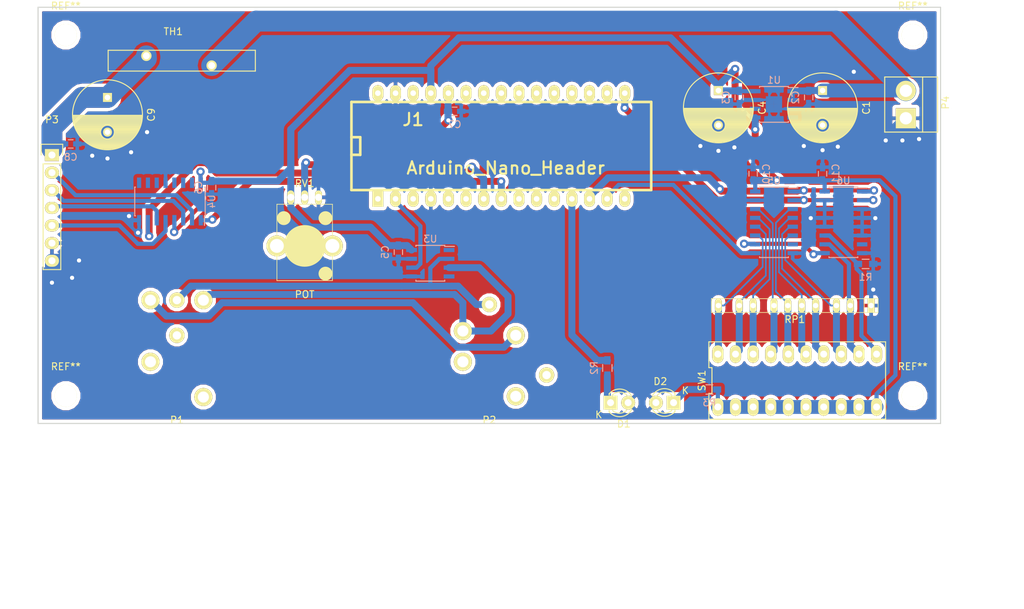
<source format=kicad_pcb>
(kicad_pcb (version 4) (host pcbnew 0.201604172031+6696~44~ubuntu14.04.1-product)
  (layers (0 F.Cu signal) (31 B.Cu signal) (34 B.Paste user) (35 F.Paste user) (36 B.SilkS user) (37 F.SilkS user) (38 B.Mask user) (39 F.Mask user) (44 Edge.Cuts user))
  (net 0 "")
  (net 1 VCC)
  (net 2 GND)
  (net 3 +5V)
  (net 4 "Net-(C7-Pad1)")
  (net 5 "Net-(C8-Pad1)")
  (net 6 "Net-(J1-Pad1)")
  (net 7 "Net-(J1-Pad2)")
  (net 8 "Net-(J1-Pad3)")
  (net 9 "Net-(J1-Pad5)")
  (net 10 "Net-(J1-Pad6)")
  (net 11 "Net-(J1-Pad7)")
  (net 12 "Net-(J1-Pad8)")
  (net 13 "Net-(J1-Pad9)")
  (net 14 "Net-(J1-Pad10)")
  (net 15 "Net-(J1-Pad11)")
  (net 16 "Net-(J1-Pad15)")
  (net 17 "Net-(J1-Pad17)")
  (net 18 "Net-(J1-Pad18)")
  (net 19 "Net-(J1-Pad20)")
  (net 20 "Net-(J1-Pad21)")
  (net 21 "Net-(J1-Pad22)")
  (net 22 "Net-(J1-Pad23)")
  (net 23 "Net-(J1-Pad24)")
  (net 24 "Net-(J1-Pad25)")
  (net 25 "Net-(J1-Pad28)")
  (net 26 "Net-(J1-Pad30)")
  (net 27 "Net-(R1-Pad1)")
  (net 28 "Net-(P1-Pad3)")
  (net 29 "Net-(P1-Pad2)")
  (net 30 "Net-(P3-Pad2)")
  (net 31 "Net-(P3-Pad3)")
  (net 32 "Net-(P3-Pad5)")
  (net 33 "Net-(P3-Pad4)")
  (net 34 "Net-(U4-Pad9)")
  (net 35 "Net-(U4-Pad10)")
  (net 36 "Net-(U4-Pad11)")
  (net 37 "Net-(U4-Pad13)")
  (net 38 "Net-(U4-Pad14)")
  (net 39 "Net-(U4-Pad15)")
  (net 40 /LATCH)
  (net 41 /CLOCK)
  (net 42 "Net-(U5-Pad7)")
  (net 43 /DATA)
  (net 44 "Net-(U5-Pad10)")
  (net 45 "Net-(U6-Pad7)")
  (net 46 "Net-(P1-Pad1)")
  (net 47 "Net-(RP1-Pad2)")
  (net 48 "Net-(RP1-Pad3)")
  (net 49 "Net-(RP1-Pad4)")
  (net 50 "Net-(RP1-Pad5)")
  (net 51 "Net-(RP1-Pad6)")
  (net 52 "Net-(RP1-Pad7)")
  (net 53 "Net-(RP1-Pad8)")
  (net 54 "Net-(RP1-Pad9)")
  (net 55 "Net-(RP1-Pad10)")
  (net 56 "Net-(U1-Pad4)")
  (net 57 "Net-(U1-Pad6)")
  (net 58 "Net-(J1-Pad19)")
  (net 59 "Net-(D1-Pad1)")
  (net 60 "Net-(D2-Pad1)")
  (net 61 /DXM_OK)
  (module MC36201 (layer F.Cu) (at 95.6 77)
    (fp_text reference TH1 (at 3.875 -3.5) (layer F.SilkS))
    (fp_text value THERMISTOR)
    (pad 1 thru_hole circle (at 0 0) (size 1.5 1.5) (drill 1) (layers *.Cu *.Mask F.SilkS) (net 5 "Net-(C8-Pad1)"))
    (pad 2 thru_hole circle (at 9.4 1.4) (size 1.5 1.5) (drill 1) (layers *.Cu *.Mask F.SilkS) (net 1 VCC))
  )
  (module Mounting_Holes:MountingHole_3.2mm_M3 (layer F.Cu) (at 84 74)
    (fp_text reference REF** (at 0 -4.2) (layer F.SilkS))
    (fp_text value MountingHole_3.2mm_M3)
    (pad 1 np_thru_hole circle (at 0 0) (size 3.2 3.2) (drill 3.2) (layers *.Cu *.Mask F.SilkS))
  )
  (module Mounting_Holes:MountingHole_3.2mm_M3 (layer F.Cu) (at 206 74)
    (fp_text reference REF** (at 0 -4.2) (layer F.SilkS))
    (fp_text value MountingHole_3.2mm_M3)
    (pad 1 np_thru_hole circle (at 0 0) (size 3.2 3.2) (drill 3.2) (layers *.Cu *.Mask F.SilkS))
  )
  (module Mounting_Holes:MountingHole_3.2mm_M3 (layer F.Cu) (at 206 126)
    (fp_text reference REF** (at 0 -4.2) (layer F.SilkS))
    (fp_text value MountingHole_3.2mm_M3)
    (pad 1 np_thru_hole circle (at 0 0) (size 3.2 3.2) (drill 3.2) (layers *.Cu *.Mask F.SilkS))
  )
  (module NC3MBH (layer F.Cu) (at 100 130 180)
    (fp_text reference P1 (at 0 0.5 180) (layer F.SilkS))
    (fp_text value CONN_01X03)
    (pad "" np_thru_hole circle (at -3.81 3.81 180) (size 2.6 2.6) (drill 1.6) (layers *.Cu *.Mask F.SilkS))
    (pad "" np_thru_hole circle (at 3.81 8.89 180) (size 2.6 2.6) (drill 1.6) (layers *.Cu *.Mask F.SilkS))
    (pad 1 thru_hole circle (at 3.81 17.78 180) (size 2.6 2.6) (drill 1.6) (layers *.Cu *.Mask F.SilkS) (net 46 "Net-(P1-Pad1)"))
    (pad 2 thru_hole circle (at -3.81 17.78 180) (size 2.6 2.6) (drill 1.6) (layers *.Cu *.Mask F.SilkS) (net 29 "Net-(P1-Pad2)"))
    (pad "" thru_hole circle (at 0 12.7 180) (size 2.2 2.2) (drill 1.2) (layers *.Cu *.Mask F.SilkS))
    (pad 3 thru_hole circle (at 0 17.78 180) (size 2.2 2.2) (drill 1.2) (layers *.Cu *.Mask F.SilkS) (net 28 "Net-(P1-Pad3)"))
  )
  (module NC3FBH2 (layer F.Cu) (at 145 130 180)
    (fp_text reference P2 (at 0 0.5 180) (layer F.SilkS))
    (fp_text value CONN_01X03)
    (pad "" np_thru_hole circle (at -3.81 3.91 180) (size 2.6 2.6) (drill 1.6) (layers *.Cu *.Mask F.SilkS))
    (pad "" np_thru_hole circle (at 3.81 8.89 180) (size 2.6 2.6) (drill 1.6) (layers *.Cu *.Mask F.SilkS))
    (pad 1 thru_hole circle (at -3.81 12.7 180) (size 2.6 2.6) (drill 1.6) (layers *.Cu *.Mask F.SilkS) (net 46 "Net-(P1-Pad1)"))
    (pad 2 thru_hole circle (at 3.81 13.33 180) (size 2.6 2.6) (drill 1.6) (layers *.Cu *.Mask F.SilkS) (net 29 "Net-(P1-Pad2)"))
    (pad 3 thru_hole circle (at 0 17.15 180) (size 2.2 2.2) (drill 1.2) (layers *.Cu *.Mask F.SilkS) (net 28 "Net-(P1-Pad3)"))
    (pad "" thru_hole circle (at -8.25 6.98 180) (size 2.2 2.2) (drill 1.2) (layers *.Cu *.Mask F.SilkS))
  )
  (module A6ER-1010 (layer F.Cu) (at 189.35 123.81)
    (fp_text reference SW1 (at -13.73 0 90) (layer F.SilkS))
    (fp_text value DIPS_10)
    (pad 20 thru_hole oval (at -11.43 -3.81) (size 1.6 2.54) (drill 1) (layers *.Cu *.Mask F.SilkS) (net 55 "Net-(RP1-Pad10)"))
    (pad 1 thru_hole oval (at -11.43 3.81) (size 1.6 2.54) (drill 1) (layers *.Cu *.Mask F.SilkS) (net 3 +5V))
    (pad 19 thru_hole oval (at -8.89 -3.81) (size 1.6 2.54) (drill 1) (layers *.Cu *.Mask F.SilkS) (net 54 "Net-(RP1-Pad9)"))
    (pad 2 thru_hole oval (at -8.89 3.81) (size 1.6 2.54) (drill 1) (layers *.Cu *.Mask F.SilkS) (net 3 +5V))
    (pad 18 thru_hole oval (at -6.35 -3.81) (size 1.6 2.54) (drill 1) (layers *.Cu *.Mask F.SilkS) (net 53 "Net-(RP1-Pad8)"))
    (pad 3 thru_hole oval (at -6.35 3.81) (size 1.6 2.54) (drill 1) (layers *.Cu *.Mask F.SilkS) (net 3 +5V))
    (pad 17 thru_hole oval (at -3.81 -3.81) (size 1.6 2.54) (drill 1) (layers *.Cu *.Mask F.SilkS) (net 52 "Net-(RP1-Pad7)"))
    (pad 4 thru_hole oval (at -3.81 3.81) (size 1.6 2.54) (drill 1) (layers *.Cu *.Mask F.SilkS) (net 3 +5V))
    (pad 16 thru_hole oval (at -1.27 -3.81) (size 1.6 2.54) (drill 1) (layers *.Cu *.Mask F.SilkS) (net 51 "Net-(RP1-Pad6)"))
    (pad 5 thru_hole oval (at -1.27 3.81) (size 1.6 2.54) (drill 1) (layers *.Cu *.Mask F.SilkS) (net 3 +5V))
    (pad 15 thru_hole oval (at 1.27 -3.81) (size 1.6 2.54) (drill 1) (layers *.Cu *.Mask F.SilkS) (net 50 "Net-(RP1-Pad5)"))
    (pad 6 thru_hole oval (at 1.27 3.81) (size 1.6 2.54) (drill 1) (layers *.Cu *.Mask F.SilkS) (net 3 +5V))
    (pad 14 thru_hole oval (at 3.81 -3.81) (size 1.6 2.54) (drill 1) (layers *.Cu *.Mask F.SilkS) (net 49 "Net-(RP1-Pad4)"))
    (pad 7 thru_hole oval (at 3.81 3.81) (size 1.6 2.54) (drill 1) (layers *.Cu *.Mask F.SilkS) (net 3 +5V))
    (pad 13 thru_hole oval (at 6.35 -3.81) (size 1.6 2.54) (drill 1) (layers *.Cu *.Mask F.SilkS) (net 48 "Net-(RP1-Pad3)"))
    (pad 8 thru_hole oval (at 6.35 3.81) (size 1.6 2.54) (drill 1) (layers *.Cu *.Mask F.SilkS) (net 3 +5V))
    (pad 12 thru_hole oval (at 8.89 -3.81) (size 1.6 2.54) (drill 1) (layers *.Cu *.Mask F.SilkS) (net 47 "Net-(RP1-Pad2)"))
    (pad 9 thru_hole oval (at 8.89 3.81) (size 1.6 2.54) (drill 1) (layers *.Cu *.Mask F.SilkS) (net 3 +5V))
    (pad 11 thru_hole oval (at 11.43 -3.81) (size 1.6 2.54) (drill 1) (layers *.Cu *.Mask F.SilkS) (net 27 "Net-(R1-Pad1)"))
    (pad 10 thru_hole oval (at 11.43 3.81) (size 1.6 2.54) (drill 1) (layers *.Cu *.Mask F.SilkS) (net 3 +5V))
  )
  (module Capacitors_SMD:C_0603_HandSoldering (layer B.Cu) (at 191 83 270)
    (fp_text reference C2 (at 0 1.9 270) (layer B.SilkS) (effects (justify mirror)))
    (fp_text value 1u)
    (pad 1 smd rect (at -0.95 0 270) (size 1.2 0.75) (layers B.Cu B.Paste B.Mask) (net 1 VCC))
    (pad 2 smd rect (at 0.95 0 270) (size 1.2 0.75) (layers B.Cu B.Paste B.Mask) (net 2 GND))
  )
  (module Capacitors_SMD:C_0603_HandSoldering (layer B.Cu) (at 181 83 270)
    (fp_text reference C3 (at 0 1.9 270) (layer B.SilkS) (effects (justify mirror)))
    (fp_text value 1u)
    (pad 1 smd rect (at -0.95 0 270) (size 1.2 0.75) (layers B.Cu B.Paste B.Mask) (net 3 +5V))
    (pad 2 smd rect (at 0.95 0 270) (size 1.2 0.75) (layers B.Cu B.Paste B.Mask) (net 2 GND))
  )
  (module Capacitors_SMD:C_0603_HandSoldering (layer B.Cu) (at 131.9 105.3 270)
    (fp_text reference C5 (at 0 1.9 270) (layer B.SilkS) (effects (justify mirror)))
    (fp_text value 1u)
    (pad 1 smd rect (at -0.95 0 270) (size 1.2 0.75) (layers B.Cu B.Paste B.Mask) (net 3 +5V))
    (pad 2 smd rect (at 0.95 0 270) (size 1.2 0.75) (layers B.Cu B.Paste B.Mask) (net 2 GND))
  )
  (module Capacitors_SMD:C_0603_HandSoldering (layer B.Cu) (at 105 96 270)
    (fp_text reference C6 (at 0 1.9 270) (layer B.SilkS) (effects (justify mirror)))
    (fp_text value 1u)
    (pad 1 smd rect (at -0.95 0 270) (size 1.2 0.75) (layers B.Cu B.Paste B.Mask) (net 3 +5V))
    (pad 2 smd rect (at 0.95 0 270) (size 1.2 0.75) (layers B.Cu B.Paste B.Mask) (net 2 GND))
  )
  (module Capacitors_SMD:C_0603_HandSoldering (layer B.Cu) (at 140 85)
    (fp_text reference C7 (at 0 1.9) (layer B.SilkS) (effects (justify mirror)))
    (fp_text value 1u)
    (pad 1 smd rect (at -0.95 0) (size 1.2 0.75) (layers B.Cu B.Paste B.Mask) (net 4 "Net-(C7-Pad1)"))
    (pad 2 smd rect (at 0.95 0) (size 1.2 0.75) (layers B.Cu B.Paste B.Mask) (net 2 GND))
  )
  (module Capacitors_SMD:C_0603_HandSoldering (layer B.Cu) (at 84.7 89.7)
    (fp_text reference C8 (at 0 1.9) (layer B.SilkS) (effects (justify mirror)))
    (fp_text value 1u)
    (pad 1 smd rect (at -0.95 0) (size 1.2 0.75) (layers B.Cu B.Paste B.Mask) (net 5 "Net-(C8-Pad1)"))
    (pad 2 smd rect (at 0.95 0) (size 1.2 0.75) (layers B.Cu B.Paste B.Mask) (net 2 GND))
  )
  (module dip-sw:arduino_mini (layer F.Cu) (at 148 90)
    (fp_text reference J1 (at -13.97 -3.81) (layer F.SilkS) (effects (font (size 1.778 1.778) (thickness 0.3048))))
    (fp_text value Arduino_Nano_Header (at -0.635 3.175) (layer F.SilkS) (effects (font (size 1.778 1.778) (thickness 0.3048))))
    (pad 1 thru_hole rect (at -19.05 7.62) (size 1.5748 2.286) (drill 0.8128) (layers *.Cu *.Mask F.SilkS) (net 6 "Net-(J1-Pad1)"))
    (pad 2 thru_hole oval (at -16.51 7.62) (size 1.5748 2.286) (drill 0.8128) (layers *.Cu *.Mask F.SilkS) (net 7 "Net-(J1-Pad2)"))
    (pad 3 thru_hole oval (at -13.97 7.62) (size 1.5748 2.286) (drill 0.8128) (layers *.Cu *.Mask F.SilkS) (net 8 "Net-(J1-Pad3)"))
    (pad 4 thru_hole oval (at -11.43 7.62) (size 1.5748 2.286) (drill 0.8128) (layers *.Cu *.Mask F.SilkS) (net 2 GND))
    (pad 5 thru_hole oval (at -8.89 7.62) (size 1.5748 2.286) (drill 0.8128) (layers *.Cu *.Mask F.SilkS) (net 9 "Net-(J1-Pad5)"))
    (pad 6 thru_hole oval (at -6.35 7.62) (size 1.5748 2.286) (drill 0.8128) (layers *.Cu *.Mask F.SilkS) (net 10 "Net-(J1-Pad6)"))
    (pad 7 thru_hole oval (at -3.81 7.62) (size 1.5748 2.286) (drill 0.8128) (layers *.Cu *.Mask F.SilkS) (net 11 "Net-(J1-Pad7)"))
    (pad 8 thru_hole oval (at -1.27 7.62) (size 1.5748 2.286) (drill 0.8128) (layers *.Cu *.Mask F.SilkS) (net 12 "Net-(J1-Pad8)"))
    (pad 9 thru_hole oval (at 1.27 7.62) (size 1.5748 2.286) (drill 0.8128) (layers *.Cu *.Mask F.SilkS) (net 13 "Net-(J1-Pad9)"))
    (pad 10 thru_hole oval (at 3.81 7.62) (size 1.5748 2.286) (drill 0.8128) (layers *.Cu *.Mask F.SilkS) (net 14 "Net-(J1-Pad10)"))
    (pad 11 thru_hole oval (at 6.35 7.62) (size 1.5748 2.286) (drill 0.8128) (layers *.Cu *.Mask F.SilkS) (net 15 "Net-(J1-Pad11)"))
    (pad 12 thru_hole oval (at 8.89 7.62) (size 1.5748 2.286) (drill 0.8128) (layers *.Cu *.Mask F.SilkS) (net 61 /DXM_OK))
    (pad 13 thru_hole oval (at 11.43 7.62) (size 1.5748 2.286) (drill 0.8128) (layers *.Cu *.Mask F.SilkS) (net 40 /LATCH))
    (pad 14 thru_hole oval (at 13.97 7.62) (size 1.5748 2.286) (drill 0.8128) (layers *.Cu *.Mask F.SilkS) (net 43 /DATA))
    (pad 15 thru_hole oval (at 16.51 7.62) (size 1.5748 2.286) (drill 0.8128) (layers *.Cu *.Mask F.SilkS) (net 16 "Net-(J1-Pad15)"))
    (pad 16 thru_hole oval (at 16.51 -7.62) (size 1.5748 2.286) (drill 0.8128) (layers *.Cu *.Mask F.SilkS) (net 41 /CLOCK))
    (pad 17 thru_hole oval (at 13.97 -7.62) (size 1.5748 2.286) (drill 0.8128) (layers *.Cu *.Mask F.SilkS) (net 17 "Net-(J1-Pad17)"))
    (pad 18 thru_hole oval (at 11.43 -7.62) (size 1.5748 2.286) (drill 0.8128) (layers *.Cu *.Mask F.SilkS) (net 18 "Net-(J1-Pad18)"))
    (pad 19 thru_hole oval (at 8.89 -7.62) (size 1.5748 2.286) (drill 0.8128) (layers *.Cu *.Mask F.SilkS) (net 58 "Net-(J1-Pad19)"))
    (pad 20 thru_hole oval (at 6.35 -7.62) (size 1.5748 2.286) (drill 0.8128) (layers *.Cu *.Mask F.SilkS) (net 19 "Net-(J1-Pad20)"))
    (pad 21 thru_hole oval (at 3.81 -7.62) (size 1.5748 2.286) (drill 0.8128) (layers *.Cu *.Mask F.SilkS) (net 20 "Net-(J1-Pad21)"))
    (pad 22 thru_hole oval (at 1.27 -7.62) (size 1.5748 2.286) (drill 0.8128) (layers *.Cu *.Mask F.SilkS) (net 21 "Net-(J1-Pad22)"))
    (pad 23 thru_hole oval (at -1.27 -7.62) (size 1.5748 2.286) (drill 0.8128) (layers *.Cu *.Mask F.SilkS) (net 22 "Net-(J1-Pad23)"))
    (pad 24 thru_hole oval (at -3.81 -7.62) (size 1.5748 2.286) (drill 0.8128) (layers *.Cu *.Mask F.SilkS) (net 23 "Net-(J1-Pad24)"))
    (pad 25 thru_hole oval (at -6.35 -7.62) (size 1.5748 2.286) (drill 0.8128) (layers *.Cu *.Mask F.SilkS) (net 24 "Net-(J1-Pad25)"))
    (pad 26 thru_hole oval (at -8.89 -7.62) (size 1.5748 2.286) (drill 0.8128) (layers *.Cu *.Mask F.SilkS) (net 4 "Net-(C7-Pad1)"))
    (pad 27 thru_hole oval (at -11.43 -7.62) (size 1.5748 2.286) (drill 0.8128) (layers *.Cu *.Mask F.SilkS) (net 3 +5V))
    (pad 28 thru_hole oval (at -13.97 -7.62) (size 1.5748 2.286) (drill 0.8128) (layers *.Cu *.Mask F.SilkS) (net 25 "Net-(J1-Pad28)"))
    (pad 29 thru_hole oval (at -16.51 -7.62) (size 1.5748 2.286) (drill 0.8128) (layers *.Cu *.Mask F.SilkS) (net 2 GND))
    (pad 30 thru_hole oval (at -19.05 -7.62) (size 1.5748 2.286) (drill 0.8128) (layers *.Cu *.Mask F.SilkS) (net 26 "Net-(J1-Pad30)"))
  )
  (module Resistors_SMD:R_0603_HandSoldering (layer B.Cu) (at 199.2 107)
    (fp_text reference R1 (at 0 1.9) (layer B.SilkS) (effects (justify mirror)))
    (fp_text value R)
    (pad 1 smd rect (at -1.1 0) (size 1.2 0.9) (layers B.Cu B.Paste B.Mask) (net 27 "Net-(R1-Pad1)"))
    (pad 2 smd rect (at 1.1 0) (size 1.2 0.9) (layers B.Cu B.Paste B.Mask) (net 2 GND))
  )
  (module Housings_SOIC:SOIC-8_3.9x4.9mm_Pitch1.27mm (layer B.Cu) (at 136.5 106.9 180)
    (fp_text reference U3 (at 0 3.5 180) (layer B.SilkS) (effects (justify mirror)))
    (fp_text value IL610)
    (pad 1 smd rect (at -2.7 1.905 180) (size 1.55 0.6) (layers B.Cu B.Paste B.Mask))
    (pad 2 smd rect (at -2.7 0.635 180) (size 1.55 0.6) (layers B.Cu B.Paste B.Mask) (net 28 "Net-(P1-Pad3)"))
    (pad 3 smd rect (at -2.7 -0.635 180) (size 1.55 0.6) (layers B.Cu B.Paste B.Mask) (net 29 "Net-(P1-Pad2)"))
    (pad 4 smd rect (at -2.7 -1.905 180) (size 1.55 0.6) (layers B.Cu B.Paste B.Mask))
    (pad 5 smd rect (at 2.7 -1.905 180) (size 1.55 0.6) (layers B.Cu B.Paste B.Mask) (net 2 GND))
    (pad 6 smd rect (at 2.7 -0.635 180) (size 1.55 0.6) (layers B.Cu B.Paste B.Mask) (net 7 "Net-(J1-Pad2)"))
    (pad 7 smd rect (at 2.7 0.635 180) (size 1.55 0.6) (layers B.Cu B.Paste B.Mask) (net 2 GND))
    (pad 8 smd rect (at 2.7 1.905 180) (size 1.55 0.6) (layers B.Cu B.Paste B.Mask) (net 3 +5V))
  )
  (module Housings_SOIC:SOIC-16_3.9x9.9mm_Pitch1.27mm (layer B.Cu) (at 99 98 90)
    (fp_text reference U4 (at 0 6 90) (layer B.SilkS) (effects (justify mirror)))
    (fp_text value MAX3040)
    (pad 1 smd rect (at -2.7 4.445 90) (size 1.5 0.6) (layers B.Cu B.Paste B.Mask) (net 12 "Net-(J1-Pad8)"))
    (pad 2 smd rect (at -2.7 3.175 90) (size 1.5 0.6) (layers B.Cu B.Paste B.Mask) (net 30 "Net-(P3-Pad2)"))
    (pad 3 smd rect (at -2.7 1.905 90) (size 1.5 0.6) (layers B.Cu B.Paste B.Mask) (net 31 "Net-(P3-Pad3)"))
    (pad 4 smd rect (at -2.7 0.635 90) (size 1.5 0.6) (layers B.Cu B.Paste B.Mask) (net 3 +5V))
    (pad 5 smd rect (at -2.7 -0.635 90) (size 1.5 0.6) (layers B.Cu B.Paste B.Mask) (net 32 "Net-(P3-Pad5)"))
    (pad 6 smd rect (at -2.7 -1.905 90) (size 1.5 0.6) (layers B.Cu B.Paste B.Mask) (net 33 "Net-(P3-Pad4)"))
    (pad 7 smd rect (at -2.7 -3.175 90) (size 1.5 0.6) (layers B.Cu B.Paste B.Mask) (net 11 "Net-(J1-Pad7)"))
    (pad 8 smd rect (at -2.7 -4.445 90) (size 1.5 0.6) (layers B.Cu B.Paste B.Mask) (net 2 GND))
    (pad 9 smd rect (at 2.7 -4.445 90) (size 1.5 0.6) (layers B.Cu B.Paste B.Mask) (net 34 "Net-(U4-Pad9)"))
    (pad 10 smd rect (at 2.7 -3.175 90) (size 1.5 0.6) (layers B.Cu B.Paste B.Mask) (net 35 "Net-(U4-Pad10)"))
    (pad 11 smd rect (at 2.7 -1.905 90) (size 1.5 0.6) (layers B.Cu B.Paste B.Mask) (net 36 "Net-(U4-Pad11)"))
    (pad 12 smd rect (at 2.7 -0.635 90) (size 1.5 0.6) (layers B.Cu B.Paste B.Mask) (net 2 GND))
    (pad 13 smd rect (at 2.7 0.635 90) (size 1.5 0.6) (layers B.Cu B.Paste B.Mask) (net 37 "Net-(U4-Pad13)"))
    (pad 14 smd rect (at 2.7 1.905 90) (size 1.5 0.6) (layers B.Cu B.Paste B.Mask) (net 38 "Net-(U4-Pad14)"))
    (pad 15 smd rect (at 2.7 3.175 90) (size 1.5 0.6) (layers B.Cu B.Paste B.Mask) (net 39 "Net-(U4-Pad15)"))
    (pad 16 smd rect (at 2.7 4.445 90) (size 1.5 0.6) (layers B.Cu B.Paste B.Mask) (net 3 +5V))
  )
  (module Housings_SOIC:SOIC-16_3.9x9.9mm_Pitch1.27mm (layer B.Cu) (at 186 101 180)
    (fp_text reference U5 (at 0 6 180) (layer B.SilkS) (effects (justify mirror)))
    (fp_text value 74LS165)
    (pad 1 smd rect (at -2.7 4.445 180) (size 1.5 0.6) (layers B.Cu B.Paste B.Mask) (net 40 /LATCH))
    (pad 2 smd rect (at -2.7 3.175 180) (size 1.5 0.6) (layers B.Cu B.Paste B.Mask) (net 41 /CLOCK))
    (pad 3 smd rect (at -2.7 1.905 180) (size 1.5 0.6) (layers B.Cu B.Paste B.Mask) (net 51 "Net-(RP1-Pad6)"))
    (pad 4 smd rect (at -2.7 0.635 180) (size 1.5 0.6) (layers B.Cu B.Paste B.Mask) (net 50 "Net-(RP1-Pad5)"))
    (pad 5 smd rect (at -2.7 -0.635 180) (size 1.5 0.6) (layers B.Cu B.Paste B.Mask) (net 49 "Net-(RP1-Pad4)"))
    (pad 6 smd rect (at -2.7 -1.905 180) (size 1.5 0.6) (layers B.Cu B.Paste B.Mask) (net 48 "Net-(RP1-Pad3)"))
    (pad 7 smd rect (at -2.7 -3.175 180) (size 1.5 0.6) (layers B.Cu B.Paste B.Mask) (net 42 "Net-(U5-Pad7)"))
    (pad 8 smd rect (at -2.7 -4.445 180) (size 1.5 0.6) (layers B.Cu B.Paste B.Mask) (net 2 GND))
    (pad 9 smd rect (at 2.7 -4.445 180) (size 1.5 0.6) (layers B.Cu B.Paste B.Mask) (net 43 /DATA))
    (pad 10 smd rect (at 2.7 -3.175 180) (size 1.5 0.6) (layers B.Cu B.Paste B.Mask) (net 44 "Net-(U5-Pad10)"))
    (pad 11 smd rect (at 2.7 -1.905 180) (size 1.5 0.6) (layers B.Cu B.Paste B.Mask) (net 55 "Net-(RP1-Pad10)"))
    (pad 12 smd rect (at 2.7 -0.635 180) (size 1.5 0.6) (layers B.Cu B.Paste B.Mask) (net 54 "Net-(RP1-Pad9)"))
    (pad 13 smd rect (at 2.7 0.635 180) (size 1.5 0.6) (layers B.Cu B.Paste B.Mask) (net 53 "Net-(RP1-Pad8)"))
    (pad 14 smd rect (at 2.7 1.905 180) (size 1.5 0.6) (layers B.Cu B.Paste B.Mask) (net 52 "Net-(RP1-Pad7)"))
    (pad 15 smd rect (at 2.7 3.175 180) (size 1.5 0.6) (layers B.Cu B.Paste B.Mask) (net 2 GND))
    (pad 16 smd rect (at 2.7 4.445 180) (size 1.5 0.6) (layers B.Cu B.Paste B.Mask) (net 3 +5V))
  )
  (module Housings_SOIC:SOIC-16_3.9x9.9mm_Pitch1.27mm (layer B.Cu) (at 196 101 180)
    (fp_text reference U6 (at 0 6 180) (layer B.SilkS) (effects (justify mirror)))
    (fp_text value 74LS165)
    (pad 1 smd rect (at -2.7 4.445 180) (size 1.5 0.6) (layers B.Cu B.Paste B.Mask) (net 40 /LATCH))
    (pad 2 smd rect (at -2.7 3.175 180) (size 1.5 0.6) (layers B.Cu B.Paste B.Mask) (net 41 /CLOCK))
    (pad 3 smd rect (at -2.7 1.905 180) (size 1.5 0.6) (layers B.Cu B.Paste B.Mask) (net 2 GND))
    (pad 4 smd rect (at -2.7 0.635 180) (size 1.5 0.6) (layers B.Cu B.Paste B.Mask) (net 2 GND))
    (pad 5 smd rect (at -2.7 -0.635 180) (size 1.5 0.6) (layers B.Cu B.Paste B.Mask) (net 2 GND))
    (pad 6 smd rect (at -2.7 -1.905 180) (size 1.5 0.6) (layers B.Cu B.Paste B.Mask) (net 2 GND))
    (pad 7 smd rect (at -2.7 -3.175 180) (size 1.5 0.6) (layers B.Cu B.Paste B.Mask) (net 45 "Net-(U6-Pad7)"))
    (pad 8 smd rect (at -2.7 -4.445 180) (size 1.5 0.6) (layers B.Cu B.Paste B.Mask) (net 2 GND))
    (pad 9 smd rect (at 2.7 -4.445 180) (size 1.5 0.6) (layers B.Cu B.Paste B.Mask) (net 44 "Net-(U5-Pad10)"))
    (pad 10 smd rect (at 2.7 -3.175 180) (size 1.5 0.6) (layers B.Cu B.Paste B.Mask) (net 47 "Net-(RP1-Pad2)"))
    (pad 11 smd rect (at 2.7 -1.905 180) (size 1.5 0.6) (layers B.Cu B.Paste B.Mask) (net 27 "Net-(R1-Pad1)"))
    (pad 12 smd rect (at 2.7 -0.635 180) (size 1.5 0.6) (layers B.Cu B.Paste B.Mask) (net 2 GND))
    (pad 13 smd rect (at 2.7 0.635 180) (size 1.5 0.6) (layers B.Cu B.Paste B.Mask) (net 2 GND))
    (pad 14 smd rect (at 2.7 1.905 180) (size 1.5 0.6) (layers B.Cu B.Paste B.Mask) (net 2 GND))
    (pad 15 smd rect (at 2.7 3.175 180) (size 1.5 0.6) (layers B.Cu B.Paste B.Mask) (net 2 GND))
    (pad 16 smd rect (at 2.7 4.445 180) (size 1.5 0.6) (layers B.Cu B.Paste B.Mask) (net 3 +5V))
  )
  (module w_pth_resistors:r-sil_10 (layer F.Cu) (at 189 113 180)
    (fp_text reference RP1 (at 0 -2 180) (layer F.SilkS))
    (fp_text value R_PACK9_COMM hide)
    (pad 1 thru_hole rect (at -11 0 180) (size 1 2) (drill 0.762) (layers *.Cu *.Mask F.SilkS) (net 2 GND))
    (pad 2 thru_hole oval (at -8 0 180) (size 1 2) (drill 0.762) (layers *.Cu *.Mask F.SilkS) (net 47 "Net-(RP1-Pad2)"))
    (pad 3 thru_hole oval (at -6 0 180) (size 1 2) (drill 0.762) (layers *.Cu *.Mask F.SilkS) (net 48 "Net-(RP1-Pad3)"))
    (pad 4 thru_hole oval (at -3 0 180) (size 1 2) (drill 0.762) (layers *.Cu *.Mask F.SilkS) (net 49 "Net-(RP1-Pad4)"))
    (pad 5 thru_hole oval (at -1 0 180) (size 1 2) (drill 0.762) (layers *.Cu *.Mask F.SilkS) (net 50 "Net-(RP1-Pad5)"))
    (pad 6 thru_hole oval (at 1 0 180) (size 1 2) (drill 0.762) (layers *.Cu *.Mask F.SilkS) (net 51 "Net-(RP1-Pad6)"))
    (pad 7 thru_hole oval (at 3 0 180) (size 1 2) (drill 0.762) (layers *.Cu *.Mask F.SilkS) (net 52 "Net-(RP1-Pad7)"))
    (pad 8 thru_hole oval (at 6 0 180) (size 1 2) (drill 0.762) (layers *.Cu *.Mask F.SilkS) (net 53 "Net-(RP1-Pad8)"))
    (pad 9 thru_hole oval (at 8 0 180) (size 1 2) (drill 0.762) (layers *.Cu *.Mask F.SilkS) (net 54 "Net-(RP1-Pad9)"))
    (pad 10 thru_hole oval (at 11 0 180) (size 1 2) (drill 0.762) (layers *.Cu *.Mask F.SilkS) (net 55 "Net-(RP1-Pad10)"))
  )
  (module Capacitors_ThroughHole:C_Radial_D10_L20_P5 (layer F.Cu) (at 193 82 270)
    (fp_text reference C1 (at 2.5 -6.3 270) (layer F.SilkS))
    (fp_text value CP1)
    (pad 1 thru_hole rect (at 0 0 270) (size 1.3 1.3) (drill 0.8) (layers *.Cu *.Mask F.SilkS) (net 1 VCC))
    (pad 2 thru_hole circle (at 5 0 270) (size 1.3 1.3) (drill 0.8) (layers *.Cu *.Mask F.SilkS) (net 2 GND))
  )
  (module Capacitors_ThroughHole:C_Radial_D10_L20_P5 (layer F.Cu) (at 178 82 270)
    (fp_text reference C4 (at 2.5 -6.3 270) (layer F.SilkS))
    (fp_text value CP1)
    (pad 1 thru_hole rect (at 0 0 270) (size 1.3 1.3) (drill 0.8) (layers *.Cu *.Mask F.SilkS) (net 3 +5V))
    (pad 2 thru_hole circle (at 5 0 270) (size 1.3 1.3) (drill 0.8) (layers *.Cu *.Mask F.SilkS) (net 2 GND))
  )
  (module Capacitors_ThroughHole:C_Radial_D10_L20_P5 (layer F.Cu) (at 90 83 270)
    (fp_text reference C9 (at 2.5 -6.3 270) (layer F.SilkS))
    (fp_text value CP1)
    (pad 1 thru_hole rect (at 0 0 270) (size 1.3 1.3) (drill 0.8) (layers *.Cu *.Mask F.SilkS) (net 5 "Net-(C8-Pad1)"))
    (pad 2 thru_hole circle (at 5 0 270) (size 1.3 1.3) (drill 0.8) (layers *.Cu *.Mask F.SilkS) (net 2 GND))
  )
  (module Capacitors_SMD:C_0603_HandSoldering (layer B.Cu) (at 183 94 90)
    (fp_text reference C10 (at 0 1.9 90) (layer B.SilkS) (effects (justify mirror)))
    (fp_text value 1u)
    (pad 1 smd rect (at -0.95 0 90) (size 1.2 0.75) (layers B.Cu B.Paste B.Mask) (net 3 +5V))
    (pad 2 smd rect (at 0.95 0 90) (size 1.2 0.75) (layers B.Cu B.Paste B.Mask) (net 2 GND))
  )
  (module Capacitors_SMD:C_0603_HandSoldering (layer B.Cu) (at 193 94 90)
    (fp_text reference C11 (at 0 1.9 90) (layer B.SilkS) (effects (justify mirror)))
    (fp_text value 1u)
    (pad 1 smd rect (at -0.95 0 90) (size 1.2 0.75) (layers B.Cu B.Paste B.Mask) (net 3 +5V))
    (pad 2 smd rect (at 0.95 0 90) (size 1.2 0.75) (layers B.Cu B.Paste B.Mask) (net 2 GND))
  )
  (module Pin_Headers:Pin_Header_Straight_1x07 (layer F.Cu) (at 82 91.3)
    (fp_text reference P3 (at 0 -5.1) (layer F.SilkS))
    (fp_text value CONN_01X07)
    (pad 1 thru_hole rect (at 0 0) (size 2.032 1.7272) (drill 1.016) (layers *.Cu *.Mask F.SilkS) (net 5 "Net-(C8-Pad1)"))
    (pad 2 thru_hole oval (at 0 2.54) (size 2.032 1.7272) (drill 1.016) (layers *.Cu *.Mask F.SilkS) (net 30 "Net-(P3-Pad2)"))
    (pad 3 thru_hole oval (at 0 5.08) (size 2.032 1.7272) (drill 1.016) (layers *.Cu *.Mask F.SilkS) (net 31 "Net-(P3-Pad3)"))
    (pad 4 thru_hole oval (at 0 7.62) (size 2.032 1.7272) (drill 1.016) (layers *.Cu *.Mask F.SilkS) (net 33 "Net-(P3-Pad4)"))
    (pad 5 thru_hole oval (at 0 10.16) (size 2.032 1.7272) (drill 1.016) (layers *.Cu *.Mask F.SilkS) (net 32 "Net-(P3-Pad5)"))
    (pad 6 thru_hole oval (at 0 12.7) (size 2.032 1.7272) (drill 1.016) (layers *.Cu *.Mask F.SilkS) (net 2 GND))
    (pad 7 thru_hole oval (at 0 15.24) (size 2.032 1.7272) (drill 1.016) (layers *.Cu *.Mask F.SilkS) (net 2 GND))
  )
  (module Housings_SOIC:SOIC-8-1EP_3.9x4.9mm_Pitch1.27mm (layer B.Cu) (at 186 84 180)
    (fp_text reference U1 (at 0 3.5 180) (layer B.SilkS) (effects (justify mirror)))
    (fp_text value MAX5024)
    (pad 1 smd rect (at -2.7 1.905 180) (size 1.55 0.6) (layers B.Cu B.Paste B.Mask) (net 1 VCC))
    (pad 2 smd rect (at -2.7 0.635 180) (size 1.55 0.6) (layers B.Cu B.Paste B.Mask) (net 1 VCC))
    (pad 3 smd rect (at -2.7 -0.635 180) (size 1.55 0.6) (layers B.Cu B.Paste B.Mask) (net 2 GND))
    (pad 4 smd rect (at -2.7 -1.905 180) (size 1.55 0.6) (layers B.Cu B.Paste B.Mask) (net 56 "Net-(U1-Pad4)"))
    (pad 5 smd rect (at 2.7 -1.905 180) (size 1.55 0.6) (layers B.Cu B.Paste B.Mask) (net 3 +5V))
    (pad 6 smd rect (at 2.7 -0.635 180) (size 1.55 0.6) (layers B.Cu B.Paste B.Mask) (net 57 "Net-(U1-Pad6)"))
    (pad 7 smd rect (at 2.7 0.635 180) (size 1.55 0.6) (layers B.Cu B.Paste B.Mask) (net 2 GND))
    (pad 8 smd rect (at 2.7 1.905 180) (size 1.55 0.6) (layers B.Cu B.Paste B.Mask) (net 3 +5V))
    (pad 9 smd rect (at 0.5875 -0.5875 180) (size 1.175 1.175) (layers B.Cu B.Paste B.Mask) (net 2 GND))
    (pad 9 smd rect (at 0.5875 0.5875 180) (size 1.175 1.175) (layers B.Cu B.Paste B.Mask) (net 2 GND))
    (pad 9 smd rect (at -0.5875 -0.5875 180) (size 1.175 1.175) (layers B.Cu B.Paste B.Mask) (net 2 GND))
    (pad 9 smd rect (at -0.5875 0.5875 180) (size 1.175 1.175) (layers B.Cu B.Paste B.Mask) (net 2 GND))
  )
  (module Pin_Headers:Pin_Header_Straight_1x02_Pitch3.96mm_Friction_Lock (layer F.Cu) (at 205 86 90)
    (fp_text reference P4 (at 2.25 5.7 90) (layer F.SilkS))
    (fp_text value CONN_01X02)
    (pad 1 thru_hole rect (at 0 0 90) (size 2.9 2.9) (drill 1.78) (layers *.Cu *.Mask F.SilkS) (net 2 GND))
    (pad 2 thru_hole circle (at 3.96 0 90) (size 2.9 2.9) (drill 1.78) (layers *.Cu *.Mask F.SilkS) (net 1 VCC))
  )
  (module Mounting_Holes:MountingHole_3.2mm_M3 (layer F.Cu) (at 84 126)
    (fp_text reference REF** (at 0 -4.2) (layer F.SilkS))
    (fp_text value MountingHole_3.2mm_M3)
    (pad 1 np_thru_hole circle (at 0 0) (size 3.2 3.2) (drill 3.2) (layers *.Cu *.Mask F.SilkS))
  )
  (module w_pth_resistors:trimmer_alps-rk09k1130ah1 (layer F.Cu) (at 118.4 104.4 180)
    (fp_text reference RV1 (at 0 9 180) (layer F.SilkS))
    (fp_text value POT (at 0 -7 180) (layer F.SilkS))
    (pad 1 thru_hole oval (at -2 7 180) (size 1 2) (drill 1) (layers *.Cu *.Mask F.SilkS) (net 2 GND))
    (pad 2 thru_hole oval (at 0 7 180) (size 1 2) (drill 1) (layers *.Cu *.Mask F.SilkS) (net 4 "Net-(C7-Pad1)"))
    (pad 3 thru_hole oval (at 2 7 180) (size 1 2) (drill 1) (layers *.Cu *.Mask F.SilkS) (net 3 +5V))
    (pad "" thru_hole circle (at -4 0 180) (size 3 3) (drill 2) (layers *.Cu *.Mask F.SilkS))
    (pad "" thru_hole circle (at 4 0 180) (size 3 3) (drill 2) (layers *.Cu *.Mask F.SilkS))
  )
  (module LEDs:LED-3MM (layer F.Cu) (at 162.46 127)
    (fp_text reference D1 (at 1.91 3.06) (layer F.SilkS))
    (fp_text value LED)
    (fp_text user K (at -1.69 1.74) (layer F.SilkS))
    (pad 1 thru_hole rect (at 0 0 90) (size 2 2) (drill 1.00076) (layers *.Cu *.Mask F.SilkS) (net 59 "Net-(D1-Pad1)"))
    (pad 2 thru_hole circle (at 2.54 0) (size 2 2) (drill 1.00076) (layers *.Cu *.Mask F.SilkS) (net 2 GND))
  )
  (module LEDs:LED-3MM (layer F.Cu) (at 171.54 127 180)
    (fp_text reference D2 (at 1.91 3.06 180) (layer F.SilkS))
    (fp_text value LED)
    (fp_text user K (at -1.69 1.74 180) (layer F.SilkS))
    (pad 1 thru_hole rect (at 0 0 270) (size 2 2) (drill 1.00076) (layers *.Cu *.Mask F.SilkS) (net 60 "Net-(D2-Pad1)"))
    (pad 2 thru_hole circle (at 2.54 0 180) (size 2 2) (drill 1.00076) (layers *.Cu *.Mask F.SilkS) (net 2 GND))
  )
  (module Resistors_SMD:R_0603_HandSoldering (layer B.Cu) (at 162 122 270)
    (fp_text reference R2 (at 0 1.9 270) (layer B.SilkS) (effects (justify mirror)))
    (fp_text value 330)
    (pad 1 smd rect (at -1.1 0 270) (size 1.2 0.9) (layers B.Cu B.Paste B.Mask) (net 61 /DXM_OK))
    (pad 2 smd rect (at 1.1 0 270) (size 1.2 0.9) (layers B.Cu B.Paste B.Mask) (net 59 "Net-(D1-Pad1)"))
  )
  (module Resistors_SMD:R_0603_HandSoldering (layer B.Cu) (at 176.7 125.1)
    (fp_text reference R3 (at 0 1.9) (layer B.SilkS) (effects (justify mirror)))
    (fp_text value 330)
    (pad 1 smd rect (at -1.1 0) (size 1.2 0.9) (layers B.Cu B.Paste B.Mask) (net 60 "Net-(D2-Pad1)"))
    (pad 2 smd rect (at 1.1 0) (size 1.2 0.9) (layers B.Cu B.Paste B.Mask) (net 3 +5V))
  )
  (gr_line (start 80 70) (end 210 70) (layer Edge.Cuts) (width 0.15))
  (gr_line (start 80 130) (end 80 70) (layer Edge.Cuts) (width 0.15))
  (gr_line (start 210 130) (end 210 70) (layer Edge.Cuts) (width 0.15))
  (gr_line (start 210 130) (end 80 130) (layer Edge.Cuts) (width 0.15))
  (segment (start 188.7 83.365) (end 188.7 82.095) (width 0.6) (layer B.Cu) (net 1))
  (segment (start 191 82.05) (end 188.745 82.05) (width 1) (layer B.Cu) (net 1))
  (segment (start 188.745 82.05) (end 188.7 82.095) (width 1) (layer B.Cu) (net 1))
  (segment (start 193 82) (end 191.05 82) (width 1) (layer B.Cu) (net 1))
  (segment (start 191.05 82) (end 191 82.05) (width 1) (layer B.Cu) (net 1))
  (segment (start 193 82) (end 204.96 82) (width 2) (layer B.Cu) (net 1))
  (segment (start 204.96 82) (end 205 82.04) (width 2) (layer B.Cu) (net 1))
  (segment (start 205 82.04) (end 194.96 72) (width 3) (layer B.Cu) (net 1))
  (segment (start 194.96 72) (end 111.4 72) (width 3) (layer B.Cu) (net 1))
  (segment (start 111.4 72) (end 105 78.4) (width 3) (layer B.Cu) (net 1))
  (segment (start 200 113) (end 200 111) (width 0.6) (layer B.Cu) (net 2))
  (segment (start 200 111) (end 200.3 110.7) (width 0.6) (layer B.Cu) (net 2))
  (via (at 200.3 110.7) (size 1.2) (drill 0.6) (layers F.Cu B.Cu) (net 2))
  (segment (start 193.3 100.365) (end 191.335 100.365) (width 0.6) (layer B.Cu) (net 2))
  (segment (start 191.335 100.365) (end 191.3 100.4) (width 0.6) (layer B.Cu) (net 2))
  (via (at 191.3 100.4) (size 1.2) (drill 0.6) (layers F.Cu B.Cu) (net 2))
  (segment (start 198.7 100.365) (end 200.565 100.365) (width 0.6) (layer B.Cu) (net 2))
  (segment (start 200.565 100.365) (end 200.6 100.4) (width 0.6) (layer B.Cu) (net 2))
  (via (at 200.6 100.4) (size 1.2) (drill 0.6) (layers F.Cu B.Cu) (net 2))
  (segment (start 183.3 83.365) (end 181.585 83.365) (width 0.6) (layer B.Cu) (net 2))
  (segment (start 181.585 83.365) (end 181 83.95) (width 0.6) (layer B.Cu) (net 2))
  (segment (start 188.7 84.635) (end 190.315 84.635) (width 0.6) (layer B.Cu) (net 2))
  (segment (start 190.315 84.635) (end 191 83.95) (width 0.6) (layer B.Cu) (net 2))
  (segment (start 202.1 89.2) (end 202.1 83.9) (width 0.6) (layer F.Cu) (net 2))
  (segment (start 202.1 83.9) (end 197.5 79.3) (width 0.6) (layer F.Cu) (net 2))
  (via (at 197.5 79.3) (size 1.2) (drill 0.6) (layers F.Cu B.Cu) (net 2))
  (segment (start 82 106.54) (end 82.44 106.54) (width 2) (layer B.Cu) (net 2))
  (via (at 84.9 109) (size 1.2) (drill 0.6) (layers F.Cu B.Cu) (net 2))
  (segment (start 82.44 106.54) (end 84.9 109) (width 2) (layer B.Cu) (net 2))
  (segment (start 82 106.54) (end 82 109.7) (width 2) (layer B.Cu) (net 2))
  (via (at 82 109.7) (size 1.2) (drill 0.6) (layers F.Cu B.Cu) (net 2))
  (segment (start 82 106.54) (end 85.86 106.54) (width 2) (layer B.Cu) (net 2))
  (segment (start 85.86 106.54) (end 85.9 106.5) (width 2) (layer B.Cu) (net 2))
  (via (at 85.9 106.5) (size 1.2) (drill 0.6) (layers F.Cu B.Cu) (net 2))
  (segment (start 90 88) (end 90 89.2) (width 2) (layer B.Cu) (net 2))
  (segment (start 90 89.2) (end 87.8 91.4) (width 2) (layer B.Cu) (net 2))
  (via (at 87.8 91.4) (size 1.2) (drill 0.6) (layers F.Cu B.Cu) (net 2))
  (segment (start 90 88) (end 90.5 88) (width 2) (layer B.Cu) (net 2))
  (segment (start 90.5 88) (end 93.4 90.9) (width 2) (layer B.Cu) (net 2))
  (via (at 93.4 90.9) (size 1.2) (drill 0.6) (layers F.Cu B.Cu) (net 2))
  (segment (start 90 88) (end 90 91.8) (width 2) (layer B.Cu) (net 2))
  (via (at 90 91.8) (size 1.2) (drill 0.6) (layers F.Cu B.Cu) (net 2))
  (segment (start 90 88) (end 95.7 88) (width 2) (layer B.Cu) (net 2))
  (via (at 95.7 88) (size 1.2) (drill 0.6) (layers F.Cu B.Cu) (net 2))
  (segment (start 205 86) (end 205 86.3) (width 2) (layer B.Cu) (net 2))
  (segment (start 205 86.3) (end 202.1 89.2) (width 2) (layer B.Cu) (net 2))
  (via (at 202.1 89.2) (size 1.2) (drill 0.6) (layers F.Cu B.Cu) (net 2))
  (segment (start 205 86) (end 205 88.7) (width 2) (layer B.Cu) (net 2))
  (segment (start 205 88.7) (end 204.5 89.2) (width 2) (layer B.Cu) (net 2))
  (via (at 204.5 89.2) (size 1.2) (drill 0.6) (layers F.Cu B.Cu) (net 2))
  (segment (start 205 86) (end 205 87.1) (width 2) (layer B.Cu) (net 2))
  (segment (start 205 87.1) (end 206.9 89) (width 2) (layer B.Cu) (net 2))
  (via (at 206.9 89) (size 1.2) (drill 0.6) (layers F.Cu B.Cu) (net 2))
  (segment (start 193 87) (end 193 87.9) (width 2) (layer B.Cu) (net 2))
  (segment (start 193 87.9) (end 195.2 90.1) (width 2) (layer B.Cu) (net 2))
  (via (at 195.2 90.1) (size 1.2) (drill 0.6) (layers F.Cu B.Cu) (net 2))
  (segment (start 193 87) (end 193 90.6) (width 2) (layer B.Cu) (net 2))
  (via (at 193 90.6) (size 1.2) (drill 0.6) (layers F.Cu B.Cu) (net 2))
  (segment (start 193 87) (end 193 87.3) (width 2) (layer B.Cu) (net 2))
  (segment (start 193 87.3) (end 190.3 90) (width 2) (layer B.Cu) (net 2))
  (via (at 190.3 90) (size 1.2) (drill 0.6) (layers F.Cu B.Cu) (net 2))
  (segment (start 178 87) (end 178 87.9) (width 2) (layer B.Cu) (net 2))
  (segment (start 178 87.9) (end 180.3 90.2) (width 2) (layer B.Cu) (net 2))
  (via (at 180.3 90.2) (size 1.2) (drill 0.6) (layers F.Cu B.Cu) (net 2))
  (segment (start 178 87) (end 178 87.4) (width 2) (layer B.Cu) (net 2))
  (segment (start 178 87.4) (end 175.4 90) (width 2) (layer B.Cu) (net 2))
  (via (at 175.4 90) (size 1.2) (drill 0.6) (layers F.Cu B.Cu) (net 2))
  (segment (start 178 87) (end 178 90.7) (width 2) (layer B.Cu) (net 2))
  (via (at 178 90.7) (size 1.2) (drill 0.6) (layers F.Cu B.Cu) (net 2))
  (segment (start 93.1 100.1) (end 93.1 101.2) (width 0.6) (layer F.Cu) (net 2))
  (via (at 94.4 102.5) (size 1.2) (drill 0.6) (layers F.Cu B.Cu) (net 2))
  (segment (start 93.1 101.2) (end 94.4 102.5) (width 0.6) (layer F.Cu) (net 2))
  (segment (start 94.555 100.7) (end 93.7 100.7) (width 0.6) (layer B.Cu) (net 2))
  (segment (start 93.7 100.7) (end 93.1 100.1) (width 0.6) (layer B.Cu) (net 2))
  (via (at 93.1 100.1) (size 1.2) (drill 0.6) (layers F.Cu B.Cu) (net 2))
  (segment (start 200.78 127.62) (end 200.78 125.75) (width 0.6) (layer B.Cu) (net 3))
  (segment (start 200.78 125.75) (end 203.5 123.03) (width 0.6) (layer B.Cu) (net 3))
  (segment (start 203.5 123.03) (end 203.5 97.25) (width 0.6) (layer B.Cu) (net 3))
  (segment (start 201.2 94.95) (end 193 94.95) (width 0.6) (layer B.Cu) (net 3))
  (segment (start 203.5 97.25) (end 201.2 94.95) (width 0.6) (layer B.Cu) (net 3))
  (segment (start 193.3 96.555) (end 193.3 95.25) (width 0.6) (layer B.Cu) (net 3))
  (segment (start 193.3 95.25) (end 193 94.95) (width 0.6) (layer B.Cu) (net 3))
  (segment (start 177.92 127.62) (end 177.92 125.22) (width 0.6) (layer B.Cu) (net 3))
  (segment (start 177.92 125.22) (end 177.8 125.1) (width 0.6) (layer B.Cu) (net 3))
  (segment (start 180.46 127.62) (end 177.92 127.62) (width 2) (layer B.Cu) (net 3))
  (segment (start 183 127.62) (end 180.46 127.62) (width 2) (layer B.Cu) (net 3))
  (segment (start 185.54 127.62) (end 183 127.62) (width 2) (layer B.Cu) (net 3))
  (segment (start 188.08 127.62) (end 185.54 127.62) (width 2) (layer B.Cu) (net 3))
  (segment (start 190.62 127.62) (end 188.08 127.62) (width 2) (layer B.Cu) (net 3))
  (segment (start 193.16 127.62) (end 190.62 127.62) (width 2) (layer B.Cu) (net 3))
  (segment (start 195.7 127.62) (end 193.16 127.62) (width 2) (layer B.Cu) (net 3))
  (segment (start 198.24 127.62) (end 195.7 127.62) (width 2) (layer B.Cu) (net 3))
  (segment (start 200.78 127.62) (end 198.24 127.62) (width 2) (layer B.Cu) (net 3))
  (segment (start 103.4 93.7) (end 103.4 95.255) (width 0.6) (layer B.Cu) (net 3))
  (segment (start 103.4 95.255) (end 103.445 95.3) (width 0.6) (layer B.Cu) (net 3))
  (segment (start 99.6 102.4) (end 103.4 98.6) (width 0.6) (layer F.Cu) (net 3))
  (via (at 103.4 93.7) (size 1.2) (drill 0.6) (layers F.Cu B.Cu) (net 3))
  (segment (start 103.4 98.6) (end 103.4 93.7) (width 0.6) (layer F.Cu) (net 3))
  (segment (start 99.635 100.7) (end 99.635 102.365) (width 0.6) (layer B.Cu) (net 3))
  (segment (start 99.635 102.365) (end 99.6 102.4) (width 0.6) (layer B.Cu) (net 3))
  (via (at 99.6 102.4) (size 1.2) (drill 0.6) (layers F.Cu B.Cu) (net 3))
  (segment (start 103.445 95.3) (end 104.75 95.3) (width 0.6) (layer B.Cu) (net 3))
  (segment (start 104.75 95.3) (end 105 95.05) (width 0.6) (layer B.Cu) (net 3))
  (segment (start 106 95.05) (end 105 95.05) (width 1) (layer B.Cu) (net 3))
  (segment (start 191.625 94.95) (end 186.4 94.95) (width 1) (layer B.Cu) (net 3))
  (segment (start 186.4 94.95) (end 183 94.95) (width 1) (layer B.Cu) (net 3))
  (segment (start 183.3 87.6) (end 183.3 91.85) (width 1) (layer F.Cu) (net 3))
  (segment (start 183.3 91.85) (end 186.4 94.95) (width 1) (layer F.Cu) (net 3))
  (via (at 186.4 94.95) (size 1.2) (drill 0.6) (layers F.Cu B.Cu) (net 3))
  (segment (start 183.3 87.6) (end 183.3 85.905) (width 1) (layer B.Cu) (net 3))
  (segment (start 180.4 78.9) (end 180.4 84.7) (width 1) (layer F.Cu) (net 3))
  (segment (start 180.4 84.7) (end 183.3 87.6) (width 1) (layer F.Cu) (net 3))
  (via (at 183.3 87.6) (size 1.2) (drill 0.6) (layers F.Cu B.Cu) (net 3))
  (segment (start 178 81.3) (end 180.4 78.9) (width 1) (layer B.Cu) (net 3))
  (via (at 180.4 78.9) (size 1.2) (drill 0.6) (layers F.Cu B.Cu) (net 3))
  (segment (start 193 94.95) (end 188.4 94.95) (width 0.6) (layer B.Cu) (net 3))
  (segment (start 188.4 94.95) (end 188 94.95) (width 0.6) (layer B.Cu) (net 3))
  (segment (start 193 94.95) (end 191.625 94.95) (width 1) (layer B.Cu) (net 3))
  (segment (start 116.4 97.4) (end 116.4 98.9) (width 1) (layer B.Cu) (net 3))
  (segment (start 116.4 98.9) (end 119.2 101.7) (width 1) (layer B.Cu) (net 3))
  (segment (start 119.2 101.7) (end 127.875 101.7) (width 1) (layer B.Cu) (net 3))
  (segment (start 127.875 101.7) (end 130.525 104.35) (width 1) (layer B.Cu) (net 3))
  (segment (start 130.525 104.35) (end 131.9 104.35) (width 1) (layer B.Cu) (net 3))
  (segment (start 106 95.05) (end 114.55 95.05) (width 1) (layer B.Cu) (net 3))
  (segment (start 114.55 95.05) (end 116.4 93.2) (width 1) (layer B.Cu) (net 3))
  (segment (start 116.4 93.2) (end 116.4 87.6) (width 1) (layer B.Cu) (net 3))
  (segment (start 136.57 82.38) (end 136.57 79.1) (width 1) (layer B.Cu) (net 3))
  (segment (start 136.57 79.1) (end 124.9 79.1) (width 1) (layer B.Cu) (net 3))
  (segment (start 124.9 79.1) (end 116.4 87.6) (width 1) (layer B.Cu) (net 3))
  (segment (start 116.4 87.6) (end 116.4 95.4) (width 1) (layer B.Cu) (net 3))
  (segment (start 116.4 95.4) (end 116.4 97.4) (width 1) (layer B.Cu) (net 3))
  (segment (start 188 94.95) (end 183 94.95) (width 0.6) (layer B.Cu) (net 3))
  (segment (start 178 82) (end 178 81.3) (width 1) (layer B.Cu) (net 3))
  (segment (start 178 81.3) (end 171.1 74.4) (width 1) (layer B.Cu) (net 3))
  (segment (start 171.1 74.4) (end 140.6 74.4) (width 1) (layer B.Cu) (net 3))
  (segment (start 140.6 74.4) (end 136.57 78.43) (width 1) (layer B.Cu) (net 3))
  (segment (start 136.57 78.43) (end 136.57 82.38) (width 1) (layer B.Cu) (net 3))
  (segment (start 181 82.05) (end 178.05 82.05) (width 1) (layer B.Cu) (net 3))
  (segment (start 178.05 82.05) (end 178 82) (width 1) (layer B.Cu) (net 3))
  (segment (start 183.3 82.095) (end 181.045 82.095) (width 0.6) (layer B.Cu) (net 3))
  (segment (start 181.045 82.095) (end 181 82.05) (width 0.6) (layer B.Cu) (net 3))
  (segment (start 131.9 104.35) (end 133.155 104.35) (width 1) (layer B.Cu) (net 3))
  (segment (start 133.155 104.35) (end 133.8 104.995) (width 1) (layer B.Cu) (net 3))
  (segment (start 183.3 96.555) (end 183.3 95.25) (width 0.6) (layer B.Cu) (net 3))
  (segment (start 183.3 95.25) (end 183 94.95) (width 0.6) (layer B.Cu) (net 3))
  (segment (start 118.594781 92.39045) (end 118.904331 92.7) (width 1) (layer F.Cu) (net 4))
  (segment (start 118.904331 92.7) (end 132.7 92.7) (width 1) (layer F.Cu) (net 4))
  (segment (start 132.7 92.7) (end 139.1 86.3) (width 1) (layer F.Cu) (net 4))
  (segment (start 118.4 92.585231) (end 118.594781 92.39045) (width 1) (layer B.Cu) (net 4))
  (segment (start 118.4 97.4) (end 118.4 92.585231) (width 1) (layer B.Cu) (net 4))
  (via (at 118.594781 92.39045) (size 1.2) (drill 0.6) (layers F.Cu B.Cu) (net 4))
  (segment (start 139.05 85) (end 139.05 86.25) (width 1) (layer B.Cu) (net 4))
  (segment (start 139.05 86.25) (end 139.1 86.3) (width 1) (layer B.Cu) (net 4))
  (via (at 139.1 86.3) (size 1.2) (drill 0.6) (layers F.Cu B.Cu) (net 4))
  (segment (start 139.05 85) (end 139.05 82.44) (width 1) (layer B.Cu) (net 4))
  (segment (start 139.05 82.44) (end 139.11 82.38) (width 1) (layer B.Cu) (net 4))
  (segment (start 83.75 89.7) (end 83.6 89.7) (width 1) (layer B.Cu) (net 5))
  (segment (start 83.6 89.7) (end 82 91.3) (width 1) (layer B.Cu) (net 5))
  (segment (start 82 87.35) (end 82 90.4) (width 3) (layer B.Cu) (net 5))
  (segment (start 90 83) (end 86.35 83) (width 3) (layer B.Cu) (net 5))
  (segment (start 86.35 83) (end 82 87.35) (width 3) (layer B.Cu) (net 5))
  (segment (start 95.6 77) (end 95.6 77.4) (width 3) (layer B.Cu) (net 5))
  (segment (start 95.6 77.4) (end 90 83) (width 3) (layer B.Cu) (net 5))
  (segment (start 82.2 91.1) (end 82 91.3) (width 0.6) (layer B.Cu) (net 5))
  (segment (start 82 87.35) (end 82 90.4) (width 3) (layer F.Cu) (net 5))
  (segment (start 90 83) (end 86.35 83) (width 3) (layer F.Cu) (net 5))
  (segment (start 86.35 83) (end 82 87.35) (width 3) (layer F.Cu) (net 5))
  (segment (start 133.8 107.535) (end 134.505002 107.535) (width 0.6) (layer B.Cu) (net 7))
  (segment (start 131.49 97.9756) (end 131.49 97.62) (width 0.6) (layer B.Cu) (net 7))
  (segment (start 134.505002 107.535) (end 135.075001 106.965001) (width 0.6) (layer B.Cu) (net 7))
  (segment (start 135.075001 106.965001) (end 135.075001 101.560601) (width 0.6) (layer B.Cu) (net 7))
  (segment (start 135.075001 101.560601) (end 131.49 97.9756) (width 0.6) (layer B.Cu) (net 7))
  (segment (start 141.599989 93.900011) (end 142.5 93) (width 1) (layer F.Cu) (net 11))
  (segment (start 105.724015 93.900011) (end 141.599989 93.900011) (width 1) (layer F.Cu) (net 11))
  (segment (start 96 103) (end 96 99.175996) (width 1) (layer F.Cu) (net 11))
  (segment (start 96 99.175996) (end 102.775998 92.399998) (width 1) (layer F.Cu) (net 11))
  (segment (start 102.775998 92.399998) (end 104.224002 92.399998) (width 1) (layer F.Cu) (net 11))
  (segment (start 104.224002 92.399998) (end 105.724015 93.900011) (width 1) (layer F.Cu) (net 11))
  (segment (start 143.099999 93.599999) (end 142.5 93) (width 1) (layer B.Cu) (net 11))
  (segment (start 144.19 97.62) (end 144.19 94.69) (width 1) (layer B.Cu) (net 11))
  (segment (start 144.19 94.69) (end 143.099999 93.599999) (width 1) (layer B.Cu) (net 11))
  (via (at 142.5 93) (size 1.2) (drill 0.6) (layers F.Cu B.Cu) (net 11))
  (segment (start 95.825 100.7) (end 95.825 102.825) (width 0.6) (layer B.Cu) (net 11))
  (segment (start 95.825 102.825) (end 96 103) (width 0.6) (layer B.Cu) (net 11))
  (via (at 96 103) (size 1.2) (drill 0.6) (layers F.Cu B.Cu) (net 11))
  (segment (start 105.699999 100.000001) (end 105.1 100.6) (width 1) (layer F.Cu) (net 12))
  (segment (start 142.097071 95.1) (end 142.097049 95.100022) (width 1) (layer F.Cu) (net 12))
  (segment (start 146.7 95.1) (end 142.097071 95.1) (width 1) (layer F.Cu) (net 12))
  (segment (start 142.097049 95.100022) (end 110.599978 95.100022) (width 1) (layer F.Cu) (net 12))
  (segment (start 110.599978 95.100022) (end 105.699999 100.000001) (width 1) (layer F.Cu) (net 12))
  (segment (start 103.445 100.7) (end 105 100.7) (width 0.6) (layer B.Cu) (net 12))
  (segment (start 105 100.7) (end 105.1 100.6) (width 0.6) (layer B.Cu) (net 12))
  (via (at 105.1 100.6) (size 1.2) (drill 0.6) (layers F.Cu B.Cu) (net 12))
  (segment (start 146.73 97.62) (end 146.73 95.13) (width 1) (layer B.Cu) (net 12))
  (segment (start 146.73 95.13) (end 146.7 95.1) (width 1) (layer B.Cu) (net 12))
  (via (at 146.7 95.1) (size 1.2) (drill 0.6) (layers F.Cu B.Cu) (net 12))
  (segment (start 198.6 108.4) (end 198.6 117.35) (width 0.6) (layer B.Cu) (net 27))
  (segment (start 197.9 107.7) (end 198.6 108.4) (width 0.6) (layer B.Cu) (net 27))
  (segment (start 193.980002 102.905) (end 197.9 106.824998) (width 0.6) (layer B.Cu) (net 27))
  (segment (start 197.9 106.824998) (end 197.9 107) (width 0.6) (layer B.Cu) (net 27))
  (segment (start 193.3 102.905) (end 193.980002 102.905) (width 0.6) (layer B.Cu) (net 27))
  (segment (start 200.78 119.53) (end 200.78 120) (width 0.6) (layer B.Cu) (net 27))
  (segment (start 198.6 117.35) (end 200.78 119.53) (width 0.6) (layer B.Cu) (net 27))
  (segment (start 197.9 107) (end 197.9 107.7) (width 0.6) (layer B.Cu) (net 27))
  (segment (start 139.2 106.265) (end 137.825 106.265) (width 0.6) (layer B.Cu) (net 28))
  (segment (start 137.825 106.265) (end 136.5 107.59) (width 0.6) (layer B.Cu) (net 28))
  (segment (start 136.5 107.59) (end 136.5 110.199989) (width 0.6) (layer B.Cu) (net 28))
  (segment (start 145 112.85) (end 143.15 112.85) (width 1) (layer B.Cu) (net 28))
  (segment (start 140.499989 110.199989) (end 139.6 110.199989) (width 1) (layer B.Cu) (net 28))
  (segment (start 143.15 112.85) (end 140.499989 110.199989) (width 1) (layer B.Cu) (net 28))
  (segment (start 139.6 110.199989) (end 136.5 110.199989) (width 1) (layer B.Cu) (net 28))
  (segment (start 136.5 110.199989) (end 132.4 110.199989) (width 1) (layer B.Cu) (net 28))
  (segment (start 132.4 110.199989) (end 102.020011 110.199989) (width 1) (layer B.Cu) (net 28))
  (segment (start 101.099999 111.120001) (end 100 112.22) (width 1) (layer B.Cu) (net 28))
  (segment (start 102.020011 110.199989) (end 101.099999 111.120001) (width 1) (layer B.Cu) (net 28))
  (segment (start 139.2 107.535) (end 143.535 107.535) (width 1) (layer B.Cu) (net 29))
  (segment (start 143.535 107.535) (end 147.7 111.7) (width 1) (layer B.Cu) (net 29))
  (segment (start 147.7 114.2) (end 145.23 116.67) (width 1) (layer B.Cu) (net 29))
  (segment (start 147.7 111.7) (end 147.7 114.2) (width 1) (layer B.Cu) (net 29))
  (segment (start 145.23 116.67) (end 143.028477 116.67) (width 1) (layer B.Cu) (net 29))
  (segment (start 143.028477 116.67) (end 141.19 116.67) (width 1) (layer B.Cu) (net 29))
  (segment (start 141.19 116.67) (end 141.19 112.59) (width 1) (layer B.Cu) (net 29))
  (segment (start 141.19 112.59) (end 140 111.4) (width 1) (layer B.Cu) (net 29))
  (segment (start 140 111.4) (end 104.63 111.4) (width 1) (layer B.Cu) (net 29))
  (segment (start 104.63 111.4) (end 103.81 112.22) (width 1) (layer B.Cu) (net 29))
  (segment (start 102.175 100.7) (end 102.175 99.35) (width 0.6) (layer B.Cu) (net 30))
  (segment (start 99.924978 97.099978) (end 85.412378 97.099978) (width 0.6) (layer B.Cu) (net 30))
  (segment (start 102.175 99.35) (end 99.924978 97.099978) (width 0.6) (layer B.Cu) (net 30))
  (segment (start 85.412378 97.099978) (end 82.1524 93.84) (width 0.6) (layer B.Cu) (net 30))
  (segment (start 82.1524 93.84) (end 82 93.84) (width 0.6) (layer B.Cu) (net 30))
  (segment (start 100.905 99.35) (end 100.905 100.7) (width 0.6) (layer B.Cu) (net 31))
  (segment (start 83.672389 97.899989) (end 99.454989 97.899989) (width 0.6) (layer B.Cu) (net 31))
  (segment (start 99.454989 97.899989) (end 100.905 99.35) (width 0.6) (layer B.Cu) (net 31))
  (segment (start 82.1524 96.38) (end 83.672389 97.899989) (width 0.6) (layer B.Cu) (net 31))
  (segment (start 82 96.38) (end 82.1524 96.38) (width 0.6) (layer B.Cu) (net 31))
  (segment (start 98.365 102.05) (end 98.365 100.7) (width 0.6) (layer B.Cu) (net 32))
  (segment (start 98.365 102.263002) (end 98.365 102.05) (width 0.6) (layer B.Cu) (net 32))
  (segment (start 96.528001 104.100001) (end 98.365 102.263002) (width 0.6) (layer B.Cu) (net 32))
  (segment (start 94.371999 104.100001) (end 96.528001 104.100001) (width 0.6) (layer B.Cu) (net 32))
  (segment (start 91.731998 101.46) (end 94.371999 104.100001) (width 0.6) (layer B.Cu) (net 32))
  (segment (start 82 101.46) (end 91.731998 101.46) (width 0.6) (layer B.Cu) (net 32))
  (segment (start 97.095 100.7) (end 97.095 99.35) (width 0.6) (layer B.Cu) (net 33))
  (segment (start 96.445 98.7) (end 82.2 98.7) (width 0.6) (layer B.Cu) (net 33))
  (segment (start 97.095 99.35) (end 96.445 98.7) (width 0.6) (layer B.Cu) (net 33))
  (segment (start 82.2 98.7) (end 81.98 98.92) (width 0.6) (layer B.Cu) (net 33))
  (segment (start 81.98 98.92) (end 82 98.92) (width 0.6) (layer B.Cu) (net 33))
  (segment (start 190.3 96.4) (end 200.4 96.4) (width 0.6) (layer F.Cu) (net 40))
  (segment (start 198.7 96.555) (end 200.245 96.555) (width 0.6) (layer B.Cu) (net 40))
  (via (at 200.4 96.4) (size 1.2) (drill 0.6) (layers F.Cu B.Cu) (net 40))
  (segment (start 200.245 96.555) (end 200.4 96.4) (width 0.6) (layer B.Cu) (net 40))
  (segment (start 176.576979 94.576979) (end 177.600001 95.600001) (width 1) (layer B.Cu) (net 40))
  (segment (start 162.117421 94.576979) (end 176.576979 94.576979) (width 1) (layer B.Cu) (net 40))
  (segment (start 159.43 97.62) (end 159.43 97.2644) (width 1) (layer B.Cu) (net 40))
  (segment (start 177.600001 95.600001) (end 178.2 96.2) (width 1) (layer B.Cu) (net 40))
  (segment (start 159.43 97.2644) (end 162.117421 94.576979) (width 1) (layer B.Cu) (net 40))
  (segment (start 178.2 96.2) (end 178.4 96.4) (width 1) (layer F.Cu) (net 40))
  (segment (start 178.4 96.4) (end 178.4 96.5) (width 1) (layer F.Cu) (net 40))
  (segment (start 178.4 96.5) (end 189.351472 96.5) (width 1) (layer F.Cu) (net 40))
  (segment (start 189.351472 96.5) (end 189.451472 96.4) (width 1) (layer F.Cu) (net 40))
  (segment (start 189.451472 96.4) (end 190.3 96.4) (width 1) (layer F.Cu) (net 40))
  (via (at 178.2 96.2) (size 1.2) (drill 0.6) (layers F.Cu B.Cu) (net 40))
  (segment (start 188.7 96.555) (end 190.145 96.555) (width 0.6) (layer B.Cu) (net 40))
  (segment (start 190.145 96.555) (end 190.3 96.4) (width 0.6) (layer B.Cu) (net 40))
  (via (at 190.3 96.4) (size 1.2) (drill 0.6) (layers F.Cu B.Cu) (net 40))
  (segment (start 200.275 97.825) (end 200.3 97.8) (width 0.6) (layer B.Cu) (net 41))
  (segment (start 198.7 97.825) (end 200.275 97.825) (width 0.6) (layer B.Cu) (net 41))
  (via (at 200.3 97.8) (size 1.2) (drill 0.6) (layers F.Cu B.Cu) (net 41))
  (segment (start 190.3 97.8) (end 200.3 97.8) (width 0.6) (layer F.Cu) (net 41))
  (segment (start 164.5 84.5) (end 177.8 97.8) (width 1) (layer F.Cu) (net 41))
  (segment (start 177.8 97.8) (end 190.3 97.8) (width 1) (layer F.Cu) (net 41))
  (segment (start 164.51 82.38) (end 164.51 84.49) (width 1) (layer B.Cu) (net 41))
  (segment (start 164.51 84.49) (end 164.5 84.5) (width 1) (layer B.Cu) (net 41))
  (via (at 164.5 84.5) (size 1.2) (drill 0.6) (layers F.Cu B.Cu) (net 41))
  (segment (start 188.7 97.825) (end 190.275 97.825) (width 0.6) (layer B.Cu) (net 41))
  (segment (start 190.275 97.825) (end 190.3 97.8) (width 0.6) (layer B.Cu) (net 41))
  (via (at 190.3 97.8) (size 1.2) (drill 0.6) (layers F.Cu B.Cu) (net 41))
  (segment (start 161.97 97.62) (end 161.97 97.2644) (width 0.6) (layer B.Cu) (net 43))
  (segment (start 161.97 97.2644) (end 163.6344 95.6) (width 0.6) (layer B.Cu) (net 43))
  (segment (start 163.6344 95.6) (end 171.5 95.6) (width 0.6) (layer B.Cu) (net 43))
  (segment (start 171.5 95.6) (end 181.345 105.445) (width 0.6) (layer B.Cu) (net 43))
  (segment (start 181.345 105.445) (end 183.3 105.445) (width 0.6) (layer B.Cu) (net 43))
  (segment (start 161.97 97.62) (end 162.050885 97.62) (width 1) (layer B.Cu) (net 43))
  (segment (start 181.7 104.1) (end 183.225 104.1) (width 0.6) (layer B.Cu) (net 44))
  (segment (start 183.225 104.1) (end 183.3 104.175) (width 0.6) (layer B.Cu) (net 44))
  (segment (start 191.7 105.6) (end 190.2 104.1) (width 0.6) (layer F.Cu) (net 44))
  (segment (start 190.2 104.1) (end 181.7 104.1) (width 0.6) (layer F.Cu) (net 44))
  (via (at 181.7 104.1) (size 1.2) (drill 0.6) (layers F.Cu B.Cu) (net 44))
  (segment (start 193.3 105.445) (end 191.855 105.445) (width 0.6) (layer B.Cu) (net 44))
  (segment (start 191.855 105.445) (end 191.7 105.6) (width 0.6) (layer B.Cu) (net 44))
  (via (at 191.7 105.6) (size 1.2) (drill 0.6) (layers F.Cu B.Cu) (net 44))
  (segment (start 148.81 117.3) (end 147.11 119) (width 1) (layer B.Cu) (net 46))
  (segment (start 147.11 119) (end 140.4 119) (width 1) (layer B.Cu) (net 46))
  (segment (start 140.4 119) (end 134.00001 112.60001) (width 1) (layer B.Cu) (net 46))
  (segment (start 134.00001 112.60001) (end 106.49999 112.60001) (width 1) (layer B.Cu) (net 46))
  (segment (start 106.49999 112.60001) (end 104.6 114.5) (width 1) (layer B.Cu) (net 46))
  (segment (start 104.6 114.5) (end 98.47 114.5) (width 1) (layer B.Cu) (net 46))
  (segment (start 98.47 114.5) (end 97.489999 113.519999) (width 1) (layer B.Cu) (net 46))
  (segment (start 97.489999 113.519999) (end 96.19 112.22) (width 1) (layer B.Cu) (net 46))
  (segment (start 197 112.9) (end 197 113) (width 0.6) (layer B.Cu) (net 47))
  (segment (start 196.8 112.7) (end 197 112.9) (width 0.6) (layer B.Cu) (net 47))
  (segment (start 196.8 106.994998) (end 196.8 112.7) (width 0.6) (layer B.Cu) (net 47))
  (segment (start 193.980002 104.175) (end 196.8 106.994998) (width 0.6) (layer B.Cu) (net 47))
  (segment (start 193.3 104.175) (end 193.980002 104.175) (width 0.6) (layer B.Cu) (net 47))
  (segment (start 197 113) (end 197 118.76) (width 1) (layer B.Cu) (net 47))
  (segment (start 197 118.76) (end 198.24 120) (width 1) (layer B.Cu) (net 47))
  (segment (start 195 113) (end 195 119.3) (width 1) (layer B.Cu) (net 48))
  (segment (start 195 119.3) (end 195.7 120) (width 1) (layer B.Cu) (net 48))
  (segment (start 187.624999 106.424999) (end 194.2 113) (width 0.25) (layer B.Cu) (net 48))
  (segment (start 194.2 113) (end 195 113) (width 0.25) (layer B.Cu) (net 48))
  (segment (start 188.25 102.905) (end 188.7 102.905) (width 0.25) (layer B.Cu) (net 48))
  (segment (start 187.624999 106.424999) (end 187.624999 103.530001) (width 0.25) (layer B.Cu) (net 48))
  (segment (start 187.624999 103.530001) (end 188.25 102.905) (width 0.25) (layer B.Cu) (net 48))
  (segment (start 192 113) (end 192 118.84) (width 1) (layer B.Cu) (net 49))
  (segment (start 192 118.84) (end 193.16 120) (width 1) (layer B.Cu) (net 49))
  (segment (start 188.7 101.635) (end 188.25 101.635) (width 0.25) (layer B.Cu) (net 49))
  (segment (start 188.25 101.635) (end 187.174988 102.710012) (width 0.25) (layer B.Cu) (net 49))
  (segment (start 187.174988 102.710012) (end 187.174988 107.674988) (width 0.25) (layer B.Cu) (net 49))
  (segment (start 187.174988 107.674988) (end 192 112.5) (width 0.25) (layer B.Cu) (net 49))
  (segment (start 192 112.5) (end 192 113) (width 0.25) (layer B.Cu) (net 49))
  (segment (start 190 113) (end 190 119.38) (width 1) (layer B.Cu) (net 50))
  (segment (start 190 119.38) (end 190.62 120) (width 1) (layer B.Cu) (net 50))
  (segment (start 186.724977 101.890023) (end 186.724977 108.2) (width 0.25) (layer B.Cu) (net 50))
  (segment (start 186.724977 108.2) (end 190 111.475023) (width 0.25) (layer B.Cu) (net 50))
  (segment (start 190 111.475023) (end 190 113) (width 0.25) (layer B.Cu) (net 50))
  (segment (start 188.7 100.365) (end 188.25 100.365) (width 0.25) (layer B.Cu) (net 50))
  (segment (start 188.25 100.365) (end 186.724977 101.890023) (width 0.25) (layer B.Cu) (net 50))
  (segment (start 188.7 99.095) (end 188.25 99.095) (width 0.25) (layer B.Cu) (net 51))
  (segment (start 188.25 99.095) (end 186.274966 101.070034) (width 0.25) (layer B.Cu) (net 51))
  (segment (start 186.274966 101.070034) (end 186.274966 110.974966) (width 0.25) (layer B.Cu) (net 51))
  (segment (start 186.274966 110.974966) (end 188 112.7) (width 0.25) (layer B.Cu) (net 51))
  (segment (start 188 112.7) (end 188 113) (width 0.25) (layer B.Cu) (net 51))
  (segment (start 188 113) (end 188 119.92) (width 1) (layer B.Cu) (net 51))
  (segment (start 188 119.92) (end 188.08 120) (width 1) (layer B.Cu) (net 51))
  (segment (start 186 113) (end 186 119.54) (width 1) (layer B.Cu) (net 52))
  (segment (start 186 119.54) (end 185.54 120) (width 1) (layer B.Cu) (net 52))
  (segment (start 183.3 99.095) (end 183.75 99.095) (width 0.25) (layer B.Cu) (net 52))
  (segment (start 183.75 99.095) (end 185.824955 101.169955) (width 0.25) (layer B.Cu) (net 52))
  (segment (start 185.824955 112.824955) (end 186 113) (width 0.25) (layer B.Cu) (net 52))
  (segment (start 185.824955 101.169955) (end 185.824955 112.824955) (width 0.25) (layer B.Cu) (net 52))
  (segment (start 186 113) (end 186 112.5) (width 0.5) (layer F.Cu) (net 52))
  (segment (start 183 113) (end 183 120) (width 1) (layer B.Cu) (net 53))
  (segment (start 185.374944 101.989944) (end 185.374944 109.2) (width 0.25) (layer B.Cu) (net 53))
  (segment (start 183 111.574944) (end 183 113) (width 0.25) (layer B.Cu) (net 53))
  (segment (start 185.374944 109.2) (end 183 111.574944) (width 0.25) (layer B.Cu) (net 53))
  (segment (start 183.75 100.365) (end 185.374944 101.989944) (width 0.25) (layer B.Cu) (net 53))
  (segment (start 183.3 100.365) (end 183.75 100.365) (width 0.25) (layer B.Cu) (net 53))
  (segment (start 181 113) (end 181 119.46) (width 1) (layer B.Cu) (net 54))
  (segment (start 181 119.46) (end 180.46 120) (width 1) (layer B.Cu) (net 54))
  (segment (start 181 112.5) (end 181 113) (width 0.25) (layer B.Cu) (net 54))
  (segment (start 184.825012 102.710012) (end 184.825012 108.674988) (width 0.25) (layer B.Cu) (net 54))
  (segment (start 183.75 101.635) (end 184.825012 102.710012) (width 0.25) (layer B.Cu) (net 54))
  (segment (start 183.3 101.635) (end 183.75 101.635) (width 0.25) (layer B.Cu) (net 54))
  (segment (start 184.825012 108.674988) (end 181 112.5) (width 0.25) (layer B.Cu) (net 54))
  (segment (start 178 113) (end 178 119.92) (width 1) (layer B.Cu) (net 55))
  (segment (start 178 119.92) (end 177.92 120) (width 1) (layer B.Cu) (net 55))
  (segment (start 183.3 102.905) (end 183.75 102.905) (width 0.25) (layer B.Cu) (net 55))
  (segment (start 183.75 102.905) (end 184.375001 103.530001) (width 0.25) (layer B.Cu) (net 55))
  (segment (start 184.375001 103.530001) (end 184.375001 107.424999) (width 0.25) (layer B.Cu) (net 55))
  (segment (start 184.375001 107.424999) (end 178.8 113) (width 0.25) (layer B.Cu) (net 55))
  (segment (start 178.8 113) (end 178 113) (width 0.25) (layer B.Cu) (net 55))
  (segment (start 162 123.1) (end 162 126.54) (width 1) (layer B.Cu) (net 59))
  (segment (start 162 126.54) (end 162.46 127) (width 1) (layer B.Cu) (net 59))
  (segment (start 175.6 125.1) (end 173.44 125.1) (width 1) (layer B.Cu) (net 60))
  (segment (start 173.44 125.1) (end 171.54 127) (width 1) (layer B.Cu) (net 60))
  (segment (start 156.89 97.62) (end 156.89 117.24) (width 1) (layer B.Cu) (net 61))
  (segment (start 156.89 117.24) (end 160.55 120.9) (width 1) (layer B.Cu) (net 61))
  (segment (start 160.55 120.9) (end 162 120.9) (width 1) (layer B.Cu) (net 61))
  (zone (net 2) (net_name GND) (layer F.Cu) (connect_pads (clearance 0.508)) (min_thickness 0.254) (fill yes (arc_segments 16) (thermal_gap 0.508) (thermal_bridge_width 0.508))
    (polygon (pts (xy 80 70) (xy 210 70) (xy 210 130) (xy 80 130)))
  )
  (zone (net 2) (net_name GND) (layer B.Cu) (connect_pads (clearance 0.508)) (min_thickness 0.254) (fill yes (arc_segments 16) (thermal_gap 0.508) (thermal_bridge_width 0.508))
    (polygon (pts (xy 80 70) (xy 210 70) (xy 210 130) (xy 80 130)))
  )
)
</source>
